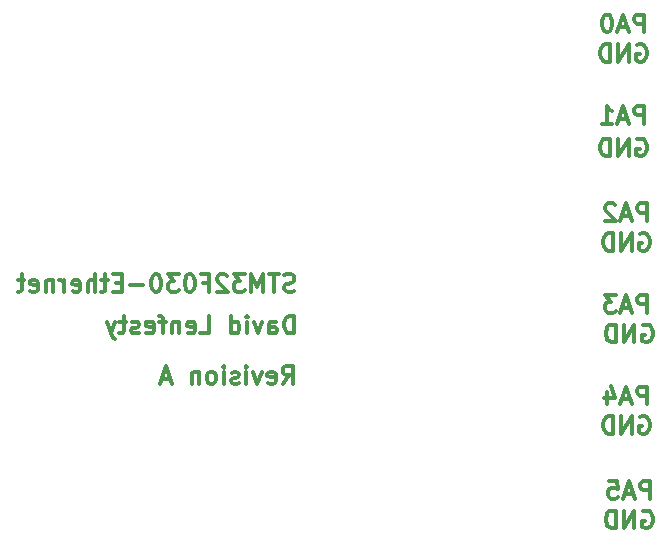
<source format=gbr>
G04 #@! TF.FileFunction,Legend,Bot*
%FSLAX46Y46*%
G04 Gerber Fmt 4.6, Leading zero omitted, Abs format (unit mm)*
G04 Created by KiCad (PCBNEW 4.0.6-e0-6349~53~ubuntu16.04.1) date Mon Jul 24 21:03:44 2017*
%MOMM*%
%LPD*%
G01*
G04 APERTURE LIST*
%ADD10C,0.100000*%
%ADD11C,0.300000*%
G04 APERTURE END LIST*
D10*
D11*
X88749999Y-62178571D02*
X88749999Y-60678571D01*
X88178571Y-60678571D01*
X88035713Y-60750000D01*
X87964285Y-60821429D01*
X87892856Y-60964286D01*
X87892856Y-61178571D01*
X87964285Y-61321429D01*
X88035713Y-61392857D01*
X88178571Y-61464286D01*
X88749999Y-61464286D01*
X87321428Y-61750000D02*
X86607142Y-61750000D01*
X87464285Y-62178571D02*
X86964285Y-60678571D01*
X86464285Y-62178571D01*
X85249999Y-60678571D02*
X85964285Y-60678571D01*
X86035714Y-61392857D01*
X85964285Y-61321429D01*
X85821428Y-61250000D01*
X85464285Y-61250000D01*
X85321428Y-61321429D01*
X85249999Y-61392857D01*
X85178571Y-61535714D01*
X85178571Y-61892857D01*
X85249999Y-62035714D01*
X85321428Y-62107143D01*
X85464285Y-62178571D01*
X85821428Y-62178571D01*
X85964285Y-62107143D01*
X86035714Y-62035714D01*
X88499999Y-54178571D02*
X88499999Y-52678571D01*
X87928571Y-52678571D01*
X87785713Y-52750000D01*
X87714285Y-52821429D01*
X87642856Y-52964286D01*
X87642856Y-53178571D01*
X87714285Y-53321429D01*
X87785713Y-53392857D01*
X87928571Y-53464286D01*
X88499999Y-53464286D01*
X87071428Y-53750000D02*
X86357142Y-53750000D01*
X87214285Y-54178571D02*
X86714285Y-52678571D01*
X86214285Y-54178571D01*
X85071428Y-53178571D02*
X85071428Y-54178571D01*
X85428571Y-52607143D02*
X85785714Y-53678571D01*
X84857142Y-53678571D01*
X88499999Y-46428571D02*
X88499999Y-44928571D01*
X87928571Y-44928571D01*
X87785713Y-45000000D01*
X87714285Y-45071429D01*
X87642856Y-45214286D01*
X87642856Y-45428571D01*
X87714285Y-45571429D01*
X87785713Y-45642857D01*
X87928571Y-45714286D01*
X88499999Y-45714286D01*
X87071428Y-46000000D02*
X86357142Y-46000000D01*
X87214285Y-46428571D02*
X86714285Y-44928571D01*
X86214285Y-46428571D01*
X85857142Y-44928571D02*
X84928571Y-44928571D01*
X85428571Y-45500000D01*
X85214285Y-45500000D01*
X85071428Y-45571429D01*
X84999999Y-45642857D01*
X84928571Y-45785714D01*
X84928571Y-46142857D01*
X84999999Y-46285714D01*
X85071428Y-46357143D01*
X85214285Y-46428571D01*
X85642857Y-46428571D01*
X85785714Y-46357143D01*
X85857142Y-46285714D01*
X88499999Y-38678571D02*
X88499999Y-37178571D01*
X87928571Y-37178571D01*
X87785713Y-37250000D01*
X87714285Y-37321429D01*
X87642856Y-37464286D01*
X87642856Y-37678571D01*
X87714285Y-37821429D01*
X87785713Y-37892857D01*
X87928571Y-37964286D01*
X88499999Y-37964286D01*
X87071428Y-38250000D02*
X86357142Y-38250000D01*
X87214285Y-38678571D02*
X86714285Y-37178571D01*
X86214285Y-38678571D01*
X85785714Y-37321429D02*
X85714285Y-37250000D01*
X85571428Y-37178571D01*
X85214285Y-37178571D01*
X85071428Y-37250000D01*
X84999999Y-37321429D01*
X84928571Y-37464286D01*
X84928571Y-37607143D01*
X84999999Y-37821429D01*
X85857142Y-38678571D01*
X84928571Y-38678571D01*
X88249999Y-30428571D02*
X88249999Y-28928571D01*
X87678571Y-28928571D01*
X87535713Y-29000000D01*
X87464285Y-29071429D01*
X87392856Y-29214286D01*
X87392856Y-29428571D01*
X87464285Y-29571429D01*
X87535713Y-29642857D01*
X87678571Y-29714286D01*
X88249999Y-29714286D01*
X86821428Y-30000000D02*
X86107142Y-30000000D01*
X86964285Y-30428571D02*
X86464285Y-28928571D01*
X85964285Y-30428571D01*
X84678571Y-30428571D02*
X85535714Y-30428571D01*
X85107142Y-30428571D02*
X85107142Y-28928571D01*
X85249999Y-29142857D01*
X85392857Y-29285714D01*
X85535714Y-29357143D01*
X88249999Y-22678571D02*
X88249999Y-21178571D01*
X87678571Y-21178571D01*
X87535713Y-21250000D01*
X87464285Y-21321429D01*
X87392856Y-21464286D01*
X87392856Y-21678571D01*
X87464285Y-21821429D01*
X87535713Y-21892857D01*
X87678571Y-21964286D01*
X88249999Y-21964286D01*
X86821428Y-22250000D02*
X86107142Y-22250000D01*
X86964285Y-22678571D02*
X86464285Y-21178571D01*
X85964285Y-22678571D01*
X85178571Y-21178571D02*
X85035714Y-21178571D01*
X84892857Y-21250000D01*
X84821428Y-21321429D01*
X84749999Y-21464286D01*
X84678571Y-21750000D01*
X84678571Y-22107143D01*
X84749999Y-22392857D01*
X84821428Y-22535714D01*
X84892857Y-22607143D01*
X85035714Y-22678571D01*
X85178571Y-22678571D01*
X85321428Y-22607143D01*
X85392857Y-22535714D01*
X85464285Y-22392857D01*
X85535714Y-22107143D01*
X85535714Y-21750000D01*
X85464285Y-21464286D01*
X85392857Y-21321429D01*
X85321428Y-21250000D01*
X85178571Y-21178571D01*
X88142857Y-63250000D02*
X88285714Y-63178571D01*
X88500000Y-63178571D01*
X88714285Y-63250000D01*
X88857143Y-63392857D01*
X88928571Y-63535714D01*
X89000000Y-63821429D01*
X89000000Y-64035714D01*
X88928571Y-64321429D01*
X88857143Y-64464286D01*
X88714285Y-64607143D01*
X88500000Y-64678571D01*
X88357143Y-64678571D01*
X88142857Y-64607143D01*
X88071428Y-64535714D01*
X88071428Y-64035714D01*
X88357143Y-64035714D01*
X87428571Y-64678571D02*
X87428571Y-63178571D01*
X86571428Y-64678571D01*
X86571428Y-63178571D01*
X85857142Y-64678571D02*
X85857142Y-63178571D01*
X85499999Y-63178571D01*
X85285714Y-63250000D01*
X85142856Y-63392857D01*
X85071428Y-63535714D01*
X84999999Y-63821429D01*
X84999999Y-64035714D01*
X85071428Y-64321429D01*
X85142856Y-64464286D01*
X85285714Y-64607143D01*
X85499999Y-64678571D01*
X85857142Y-64678571D01*
X87892857Y-55250000D02*
X88035714Y-55178571D01*
X88250000Y-55178571D01*
X88464285Y-55250000D01*
X88607143Y-55392857D01*
X88678571Y-55535714D01*
X88750000Y-55821429D01*
X88750000Y-56035714D01*
X88678571Y-56321429D01*
X88607143Y-56464286D01*
X88464285Y-56607143D01*
X88250000Y-56678571D01*
X88107143Y-56678571D01*
X87892857Y-56607143D01*
X87821428Y-56535714D01*
X87821428Y-56035714D01*
X88107143Y-56035714D01*
X87178571Y-56678571D02*
X87178571Y-55178571D01*
X86321428Y-56678571D01*
X86321428Y-55178571D01*
X85607142Y-56678571D02*
X85607142Y-55178571D01*
X85249999Y-55178571D01*
X85035714Y-55250000D01*
X84892856Y-55392857D01*
X84821428Y-55535714D01*
X84749999Y-55821429D01*
X84749999Y-56035714D01*
X84821428Y-56321429D01*
X84892856Y-56464286D01*
X85035714Y-56607143D01*
X85249999Y-56678571D01*
X85607142Y-56678571D01*
X88142857Y-47500000D02*
X88285714Y-47428571D01*
X88500000Y-47428571D01*
X88714285Y-47500000D01*
X88857143Y-47642857D01*
X88928571Y-47785714D01*
X89000000Y-48071429D01*
X89000000Y-48285714D01*
X88928571Y-48571429D01*
X88857143Y-48714286D01*
X88714285Y-48857143D01*
X88500000Y-48928571D01*
X88357143Y-48928571D01*
X88142857Y-48857143D01*
X88071428Y-48785714D01*
X88071428Y-48285714D01*
X88357143Y-48285714D01*
X87428571Y-48928571D02*
X87428571Y-47428571D01*
X86571428Y-48928571D01*
X86571428Y-47428571D01*
X85857142Y-48928571D02*
X85857142Y-47428571D01*
X85499999Y-47428571D01*
X85285714Y-47500000D01*
X85142856Y-47642857D01*
X85071428Y-47785714D01*
X84999999Y-48071429D01*
X84999999Y-48285714D01*
X85071428Y-48571429D01*
X85142856Y-48714286D01*
X85285714Y-48857143D01*
X85499999Y-48928571D01*
X85857142Y-48928571D01*
X87892857Y-39750000D02*
X88035714Y-39678571D01*
X88250000Y-39678571D01*
X88464285Y-39750000D01*
X88607143Y-39892857D01*
X88678571Y-40035714D01*
X88750000Y-40321429D01*
X88750000Y-40535714D01*
X88678571Y-40821429D01*
X88607143Y-40964286D01*
X88464285Y-41107143D01*
X88250000Y-41178571D01*
X88107143Y-41178571D01*
X87892857Y-41107143D01*
X87821428Y-41035714D01*
X87821428Y-40535714D01*
X88107143Y-40535714D01*
X87178571Y-41178571D02*
X87178571Y-39678571D01*
X86321428Y-41178571D01*
X86321428Y-39678571D01*
X85607142Y-41178571D02*
X85607142Y-39678571D01*
X85249999Y-39678571D01*
X85035714Y-39750000D01*
X84892856Y-39892857D01*
X84821428Y-40035714D01*
X84749999Y-40321429D01*
X84749999Y-40535714D01*
X84821428Y-40821429D01*
X84892856Y-40964286D01*
X85035714Y-41107143D01*
X85249999Y-41178571D01*
X85607142Y-41178571D01*
X87642857Y-31750000D02*
X87785714Y-31678571D01*
X88000000Y-31678571D01*
X88214285Y-31750000D01*
X88357143Y-31892857D01*
X88428571Y-32035714D01*
X88500000Y-32321429D01*
X88500000Y-32535714D01*
X88428571Y-32821429D01*
X88357143Y-32964286D01*
X88214285Y-33107143D01*
X88000000Y-33178571D01*
X87857143Y-33178571D01*
X87642857Y-33107143D01*
X87571428Y-33035714D01*
X87571428Y-32535714D01*
X87857143Y-32535714D01*
X86928571Y-33178571D02*
X86928571Y-31678571D01*
X86071428Y-33178571D01*
X86071428Y-31678571D01*
X85357142Y-33178571D02*
X85357142Y-31678571D01*
X84999999Y-31678571D01*
X84785714Y-31750000D01*
X84642856Y-31892857D01*
X84571428Y-32035714D01*
X84499999Y-32321429D01*
X84499999Y-32535714D01*
X84571428Y-32821429D01*
X84642856Y-32964286D01*
X84785714Y-33107143D01*
X84999999Y-33178571D01*
X85357142Y-33178571D01*
X87642857Y-23750000D02*
X87785714Y-23678571D01*
X88000000Y-23678571D01*
X88214285Y-23750000D01*
X88357143Y-23892857D01*
X88428571Y-24035714D01*
X88500000Y-24321429D01*
X88500000Y-24535714D01*
X88428571Y-24821429D01*
X88357143Y-24964286D01*
X88214285Y-25107143D01*
X88000000Y-25178571D01*
X87857143Y-25178571D01*
X87642857Y-25107143D01*
X87571428Y-25035714D01*
X87571428Y-24535714D01*
X87857143Y-24535714D01*
X86928571Y-25178571D02*
X86928571Y-23678571D01*
X86071428Y-25178571D01*
X86071428Y-23678571D01*
X85357142Y-25178571D02*
X85357142Y-23678571D01*
X84999999Y-23678571D01*
X84785714Y-23750000D01*
X84642856Y-23892857D01*
X84571428Y-24035714D01*
X84499999Y-24321429D01*
X84499999Y-24535714D01*
X84571428Y-24821429D01*
X84642856Y-24964286D01*
X84785714Y-25107143D01*
X84999999Y-25178571D01*
X85357142Y-25178571D01*
X57642857Y-52428571D02*
X58142857Y-51714286D01*
X58500000Y-52428571D02*
X58500000Y-50928571D01*
X57928572Y-50928571D01*
X57785714Y-51000000D01*
X57714286Y-51071429D01*
X57642857Y-51214286D01*
X57642857Y-51428571D01*
X57714286Y-51571429D01*
X57785714Y-51642857D01*
X57928572Y-51714286D01*
X58500000Y-51714286D01*
X56428572Y-52357143D02*
X56571429Y-52428571D01*
X56857143Y-52428571D01*
X57000000Y-52357143D01*
X57071429Y-52214286D01*
X57071429Y-51642857D01*
X57000000Y-51500000D01*
X56857143Y-51428571D01*
X56571429Y-51428571D01*
X56428572Y-51500000D01*
X56357143Y-51642857D01*
X56357143Y-51785714D01*
X57071429Y-51928571D01*
X55857143Y-51428571D02*
X55500000Y-52428571D01*
X55142858Y-51428571D01*
X54571429Y-52428571D02*
X54571429Y-51428571D01*
X54571429Y-50928571D02*
X54642858Y-51000000D01*
X54571429Y-51071429D01*
X54500001Y-51000000D01*
X54571429Y-50928571D01*
X54571429Y-51071429D01*
X53928572Y-52357143D02*
X53785715Y-52428571D01*
X53500000Y-52428571D01*
X53357143Y-52357143D01*
X53285715Y-52214286D01*
X53285715Y-52142857D01*
X53357143Y-52000000D01*
X53500000Y-51928571D01*
X53714286Y-51928571D01*
X53857143Y-51857143D01*
X53928572Y-51714286D01*
X53928572Y-51642857D01*
X53857143Y-51500000D01*
X53714286Y-51428571D01*
X53500000Y-51428571D01*
X53357143Y-51500000D01*
X52642857Y-52428571D02*
X52642857Y-51428571D01*
X52642857Y-50928571D02*
X52714286Y-51000000D01*
X52642857Y-51071429D01*
X52571429Y-51000000D01*
X52642857Y-50928571D01*
X52642857Y-51071429D01*
X51714285Y-52428571D02*
X51857143Y-52357143D01*
X51928571Y-52285714D01*
X52000000Y-52142857D01*
X52000000Y-51714286D01*
X51928571Y-51571429D01*
X51857143Y-51500000D01*
X51714285Y-51428571D01*
X51500000Y-51428571D01*
X51357143Y-51500000D01*
X51285714Y-51571429D01*
X51214285Y-51714286D01*
X51214285Y-52142857D01*
X51285714Y-52285714D01*
X51357143Y-52357143D01*
X51500000Y-52428571D01*
X51714285Y-52428571D01*
X50571428Y-51428571D02*
X50571428Y-52428571D01*
X50571428Y-51571429D02*
X50500000Y-51500000D01*
X50357142Y-51428571D01*
X50142857Y-51428571D01*
X50000000Y-51500000D01*
X49928571Y-51642857D01*
X49928571Y-52428571D01*
X48142857Y-52000000D02*
X47428571Y-52000000D01*
X48285714Y-52428571D02*
X47785714Y-50928571D01*
X47285714Y-52428571D01*
X58607143Y-48178571D02*
X58607143Y-46678571D01*
X58250000Y-46678571D01*
X58035715Y-46750000D01*
X57892857Y-46892857D01*
X57821429Y-47035714D01*
X57750000Y-47321429D01*
X57750000Y-47535714D01*
X57821429Y-47821429D01*
X57892857Y-47964286D01*
X58035715Y-48107143D01*
X58250000Y-48178571D01*
X58607143Y-48178571D01*
X56464286Y-48178571D02*
X56464286Y-47392857D01*
X56535715Y-47250000D01*
X56678572Y-47178571D01*
X56964286Y-47178571D01*
X57107143Y-47250000D01*
X56464286Y-48107143D02*
X56607143Y-48178571D01*
X56964286Y-48178571D01*
X57107143Y-48107143D01*
X57178572Y-47964286D01*
X57178572Y-47821429D01*
X57107143Y-47678571D01*
X56964286Y-47607143D01*
X56607143Y-47607143D01*
X56464286Y-47535714D01*
X55892857Y-47178571D02*
X55535714Y-48178571D01*
X55178572Y-47178571D01*
X54607143Y-48178571D02*
X54607143Y-47178571D01*
X54607143Y-46678571D02*
X54678572Y-46750000D01*
X54607143Y-46821429D01*
X54535715Y-46750000D01*
X54607143Y-46678571D01*
X54607143Y-46821429D01*
X53250000Y-48178571D02*
X53250000Y-46678571D01*
X53250000Y-48107143D02*
X53392857Y-48178571D01*
X53678571Y-48178571D01*
X53821429Y-48107143D01*
X53892857Y-48035714D01*
X53964286Y-47892857D01*
X53964286Y-47464286D01*
X53892857Y-47321429D01*
X53821429Y-47250000D01*
X53678571Y-47178571D01*
X53392857Y-47178571D01*
X53250000Y-47250000D01*
X50678571Y-48178571D02*
X51392857Y-48178571D01*
X51392857Y-46678571D01*
X49607143Y-48107143D02*
X49750000Y-48178571D01*
X50035714Y-48178571D01*
X50178571Y-48107143D01*
X50250000Y-47964286D01*
X50250000Y-47392857D01*
X50178571Y-47250000D01*
X50035714Y-47178571D01*
X49750000Y-47178571D01*
X49607143Y-47250000D01*
X49535714Y-47392857D01*
X49535714Y-47535714D01*
X50250000Y-47678571D01*
X48892857Y-47178571D02*
X48892857Y-48178571D01*
X48892857Y-47321429D02*
X48821429Y-47250000D01*
X48678571Y-47178571D01*
X48464286Y-47178571D01*
X48321429Y-47250000D01*
X48250000Y-47392857D01*
X48250000Y-48178571D01*
X47750000Y-47178571D02*
X47178571Y-47178571D01*
X47535714Y-48178571D02*
X47535714Y-46892857D01*
X47464286Y-46750000D01*
X47321428Y-46678571D01*
X47178571Y-46678571D01*
X46107143Y-48107143D02*
X46250000Y-48178571D01*
X46535714Y-48178571D01*
X46678571Y-48107143D01*
X46750000Y-47964286D01*
X46750000Y-47392857D01*
X46678571Y-47250000D01*
X46535714Y-47178571D01*
X46250000Y-47178571D01*
X46107143Y-47250000D01*
X46035714Y-47392857D01*
X46035714Y-47535714D01*
X46750000Y-47678571D01*
X45464286Y-48107143D02*
X45321429Y-48178571D01*
X45035714Y-48178571D01*
X44892857Y-48107143D01*
X44821429Y-47964286D01*
X44821429Y-47892857D01*
X44892857Y-47750000D01*
X45035714Y-47678571D01*
X45250000Y-47678571D01*
X45392857Y-47607143D01*
X45464286Y-47464286D01*
X45464286Y-47392857D01*
X45392857Y-47250000D01*
X45250000Y-47178571D01*
X45035714Y-47178571D01*
X44892857Y-47250000D01*
X44392857Y-47178571D02*
X43821428Y-47178571D01*
X44178571Y-46678571D02*
X44178571Y-47964286D01*
X44107143Y-48107143D01*
X43964285Y-48178571D01*
X43821428Y-48178571D01*
X43464285Y-47178571D02*
X43107142Y-48178571D01*
X42750000Y-47178571D02*
X43107142Y-48178571D01*
X43250000Y-48535714D01*
X43321428Y-48607143D01*
X43464285Y-48678571D01*
X58642856Y-44607143D02*
X58428570Y-44678571D01*
X58071427Y-44678571D01*
X57928570Y-44607143D01*
X57857141Y-44535714D01*
X57785713Y-44392857D01*
X57785713Y-44250000D01*
X57857141Y-44107143D01*
X57928570Y-44035714D01*
X58071427Y-43964286D01*
X58357141Y-43892857D01*
X58499999Y-43821429D01*
X58571427Y-43750000D01*
X58642856Y-43607143D01*
X58642856Y-43464286D01*
X58571427Y-43321429D01*
X58499999Y-43250000D01*
X58357141Y-43178571D01*
X57999999Y-43178571D01*
X57785713Y-43250000D01*
X57357142Y-43178571D02*
X56499999Y-43178571D01*
X56928570Y-44678571D02*
X56928570Y-43178571D01*
X55999999Y-44678571D02*
X55999999Y-43178571D01*
X55499999Y-44250000D01*
X54999999Y-43178571D01*
X54999999Y-44678571D01*
X54428570Y-43178571D02*
X53499999Y-43178571D01*
X53999999Y-43750000D01*
X53785713Y-43750000D01*
X53642856Y-43821429D01*
X53571427Y-43892857D01*
X53499999Y-44035714D01*
X53499999Y-44392857D01*
X53571427Y-44535714D01*
X53642856Y-44607143D01*
X53785713Y-44678571D01*
X54214285Y-44678571D01*
X54357142Y-44607143D01*
X54428570Y-44535714D01*
X52928571Y-43321429D02*
X52857142Y-43250000D01*
X52714285Y-43178571D01*
X52357142Y-43178571D01*
X52214285Y-43250000D01*
X52142856Y-43321429D01*
X52071428Y-43464286D01*
X52071428Y-43607143D01*
X52142856Y-43821429D01*
X52999999Y-44678571D01*
X52071428Y-44678571D01*
X50928571Y-43892857D02*
X51428571Y-43892857D01*
X51428571Y-44678571D02*
X51428571Y-43178571D01*
X50714285Y-43178571D01*
X49857143Y-43178571D02*
X49714286Y-43178571D01*
X49571429Y-43250000D01*
X49500000Y-43321429D01*
X49428571Y-43464286D01*
X49357143Y-43750000D01*
X49357143Y-44107143D01*
X49428571Y-44392857D01*
X49500000Y-44535714D01*
X49571429Y-44607143D01*
X49714286Y-44678571D01*
X49857143Y-44678571D01*
X50000000Y-44607143D01*
X50071429Y-44535714D01*
X50142857Y-44392857D01*
X50214286Y-44107143D01*
X50214286Y-43750000D01*
X50142857Y-43464286D01*
X50071429Y-43321429D01*
X50000000Y-43250000D01*
X49857143Y-43178571D01*
X48857143Y-43178571D02*
X47928572Y-43178571D01*
X48428572Y-43750000D01*
X48214286Y-43750000D01*
X48071429Y-43821429D01*
X48000000Y-43892857D01*
X47928572Y-44035714D01*
X47928572Y-44392857D01*
X48000000Y-44535714D01*
X48071429Y-44607143D01*
X48214286Y-44678571D01*
X48642858Y-44678571D01*
X48785715Y-44607143D01*
X48857143Y-44535714D01*
X47000001Y-43178571D02*
X46857144Y-43178571D01*
X46714287Y-43250000D01*
X46642858Y-43321429D01*
X46571429Y-43464286D01*
X46500001Y-43750000D01*
X46500001Y-44107143D01*
X46571429Y-44392857D01*
X46642858Y-44535714D01*
X46714287Y-44607143D01*
X46857144Y-44678571D01*
X47000001Y-44678571D01*
X47142858Y-44607143D01*
X47214287Y-44535714D01*
X47285715Y-44392857D01*
X47357144Y-44107143D01*
X47357144Y-43750000D01*
X47285715Y-43464286D01*
X47214287Y-43321429D01*
X47142858Y-43250000D01*
X47000001Y-43178571D01*
X45857144Y-44107143D02*
X44714287Y-44107143D01*
X44000001Y-43892857D02*
X43500001Y-43892857D01*
X43285715Y-44678571D02*
X44000001Y-44678571D01*
X44000001Y-43178571D01*
X43285715Y-43178571D01*
X42857144Y-43678571D02*
X42285715Y-43678571D01*
X42642858Y-43178571D02*
X42642858Y-44464286D01*
X42571430Y-44607143D01*
X42428572Y-44678571D01*
X42285715Y-44678571D01*
X41785715Y-44678571D02*
X41785715Y-43178571D01*
X41142858Y-44678571D02*
X41142858Y-43892857D01*
X41214287Y-43750000D01*
X41357144Y-43678571D01*
X41571429Y-43678571D01*
X41714287Y-43750000D01*
X41785715Y-43821429D01*
X39857144Y-44607143D02*
X40000001Y-44678571D01*
X40285715Y-44678571D01*
X40428572Y-44607143D01*
X40500001Y-44464286D01*
X40500001Y-43892857D01*
X40428572Y-43750000D01*
X40285715Y-43678571D01*
X40000001Y-43678571D01*
X39857144Y-43750000D01*
X39785715Y-43892857D01*
X39785715Y-44035714D01*
X40500001Y-44178571D01*
X39142858Y-44678571D02*
X39142858Y-43678571D01*
X39142858Y-43964286D02*
X39071430Y-43821429D01*
X39000001Y-43750000D01*
X38857144Y-43678571D01*
X38714287Y-43678571D01*
X38214287Y-43678571D02*
X38214287Y-44678571D01*
X38214287Y-43821429D02*
X38142859Y-43750000D01*
X38000001Y-43678571D01*
X37785716Y-43678571D01*
X37642859Y-43750000D01*
X37571430Y-43892857D01*
X37571430Y-44678571D01*
X36285716Y-44607143D02*
X36428573Y-44678571D01*
X36714287Y-44678571D01*
X36857144Y-44607143D01*
X36928573Y-44464286D01*
X36928573Y-43892857D01*
X36857144Y-43750000D01*
X36714287Y-43678571D01*
X36428573Y-43678571D01*
X36285716Y-43750000D01*
X36214287Y-43892857D01*
X36214287Y-44035714D01*
X36928573Y-44178571D01*
X35785716Y-43678571D02*
X35214287Y-43678571D01*
X35571430Y-43178571D02*
X35571430Y-44464286D01*
X35500002Y-44607143D01*
X35357144Y-44678571D01*
X35214287Y-44678571D01*
M02*

</source>
